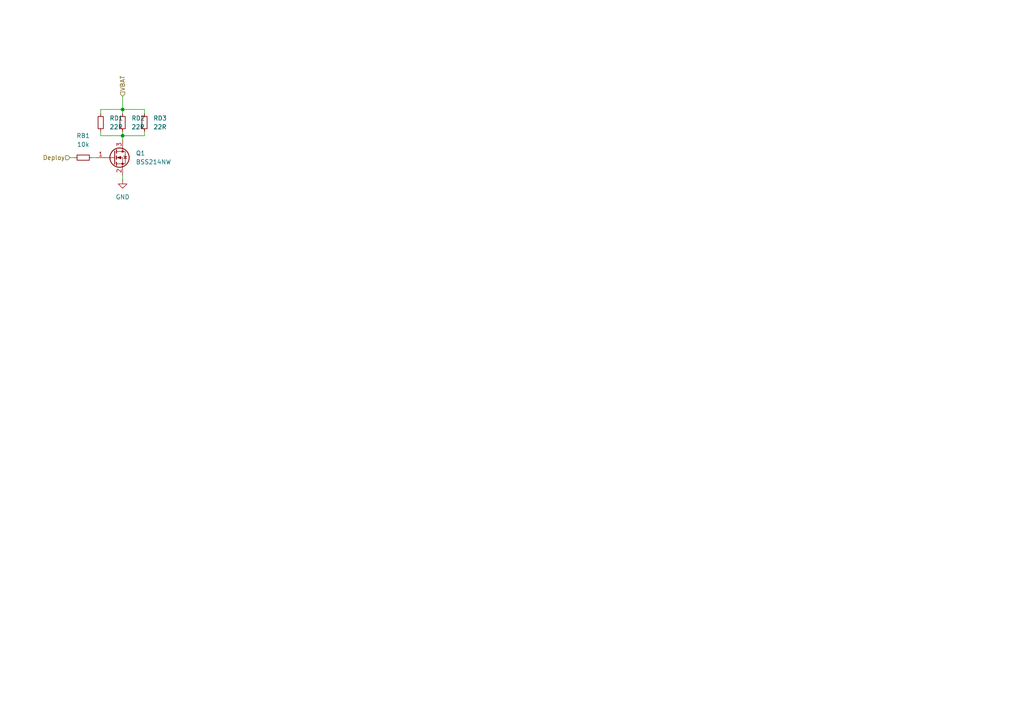
<source format=kicad_sch>
(kicad_sch (version 20211123) (generator eeschema)
  (paper "A4")
  (lib_symbols
    (symbol "Device:R_Small" (pin_numbers hide) (pin_names (offset 0.254) hide)
      (property "Reference" "R" (at 0.762 0.508 0))
      (property "Value" "R_Small" (at 0.762 -1.016 0))
      (symbol "R_Small_0_1"
        (rectangle (start -0.762 1.778) (end 0.762 -1.778) (stroke (width 0.2032)))
      )
      (symbol "R_Small_1_1"
        (pin passive line (at 0 2.54 270) (length 0.762) (name "~") (number "1"))
        (pin passive line (at 0 -2.54 90) (length 0.762) (name "~") (number "2"))
      )
    )
    (symbol "Transistor_FET:BSS214NW" (pin_names hide)
      (property "Reference" "Q" (at 5.08 1.905 0))
      (property "Value" "BSS214NW" (at 5.08 0 0))
      (symbol "BSS214NW_0_1"
        (polyline (pts (xy 0.254 0) (xy -2.54 0)))
        (polyline (pts (xy 0.254 1.905) (xy 0.254 -1.905)) (stroke (width 0.254)))
        (polyline (pts (xy 0.762 -1.27) (xy 0.762 -2.286)) (stroke (width 0.254)))
        (polyline (pts (xy 0.762 0.508) (xy 0.762 -0.508)) (stroke (width 0.254)))
        (polyline (pts (xy 0.762 2.286) (xy 0.762 1.27)) (stroke (width 0.254)))
        (polyline (pts (xy 2.54 2.54) (xy 2.54 1.778)))
        (polyline (pts (xy 2.54 -2.54) (xy 2.54 0) (xy 0.762 0)))
        (polyline (pts (xy 0.762 -1.778) (xy 3.302 -1.778) (xy 3.302 1.778) (xy 0.762 1.778)))
        (polyline (pts (xy 1.016 0) (xy 2.032 0.381) (xy 2.032 -0.381) (xy 1.016 0)) (fill (type outline)))
        (polyline (pts (xy 2.794 0.508) (xy 2.921 0.381) (xy 3.683 0.381) (xy 3.81 0.254)))
        (polyline (pts (xy 3.302 0.381) (xy 2.921 -0.254) (xy 3.683 -0.254) (xy 3.302 0.381)))
        (circle (center 1.651 0) (radius 2.794) (stroke (width 0.254)))
        (circle (center 2.54 -1.778) (radius 0.254) (fill (type outline)))
        (circle (center 2.54 1.778) (radius 0.254) (fill (type outline)))
      )
      (symbol "BSS214NW_1_1"
        (pin input line (at -5.08 0 0) (length 2.54) (name "G") (number "1"))
        (pin passive line (at 2.54 -5.08 90) (length 2.54) (name "S") (number "2"))
        (pin passive line (at 2.54 5.08 270) (length 2.54) (name "D") (number "3"))
      )
    )
    (symbol "power:GND" (power) (pin_names (offset 0))
      (property "Value" "GND" (at 0 -3.81 0))
      (symbol "GND_0_1"
        (polyline (pts (xy 0 0) (xy 0 -1.27) (xy 1.27 -1.27) (xy 0 -2.54) (xy -1.27 -1.27) (xy 0 -1.27)))
      )
      (symbol "GND_1_1"
        (pin power_in line (at 0 0 270) (length 0) hide (name "GND") (number "1"))
      )
    )
  )
  (junction (at 35.56 39.37))
  (junction (at 35.56 31.75))
  (wire (pts (xy 29.21 33.02) (xy 29.21 31.75)))
  (wire (pts (xy 29.21 39.37) (xy 35.56 39.37)))
  (wire (pts (xy 26.67 45.72) (xy 27.94 45.72)))
  (wire (pts (xy 35.56 39.37) (xy 35.56 40.64)))
  (wire (pts (xy 35.56 50.8) (xy 35.56 52.07)))
  (wire (pts (xy 35.56 31.75) (xy 35.56 33.02)))
  (wire (pts (xy 35.56 39.37) (xy 41.91 39.37)))
  (wire (pts (xy 29.21 38.1) (xy 29.21 39.37)))
  (wire (pts (xy 20.32 45.72) (xy 21.59 45.72)))
  (wire (pts (xy 35.56 38.1) (xy 35.56 39.37)))
  (wire (pts (xy 29.21 31.75) (xy 35.56 31.75)))
  (wire (pts (xy 41.91 31.75) (xy 41.91 33.02)))
  (wire (pts (xy 41.91 39.37) (xy 41.91 38.1)))
  (wire (pts (xy 35.56 27.94) (xy 35.56 31.75)))
  (wire (pts (xy 35.56 31.75) (xy 41.91 31.75)))
  (hierarchical_label "VBAT" (shape input) (at 35.56 27.94 90))
  (hierarchical_label "Deploy" (shape input) (at 20.32 45.72 180))
  (symbol (lib_id "Device:R_Small") (at 35.56 35.56 0) (unit 1)
    (property "Reference" "RD2" (at 38.1 34.2899 0) (effects (justify left)))
    (property "Value" "22R" (at 38.1 36.8299 0) (effects (justify left)))
    (property "Footprint" "Resistor_SMD:R_MiniMELF_MMA-0204" (effects hide))
  )
  (symbol (lib_id "Device:R_Small") (at 24.13 45.72 270) (unit 1)
    (property "Reference" "RB1" (at 24.13 39.37 90))
    (property "Value" "10k" (at 24.13 41.91 90))
    (property "Footprint" "Resistor_SMD:R_0603_1608Metric" (effects hide))
  )
  (symbol (lib_id "Transistor_FET:BSS214NW") (at 33.02 45.72 0) (unit 1)
    (property "Reference" "Q1" (at 39.37 44.4499 0) (effects (justify left)))
    (property "Value" "BSS214NW" (at 39.37 46.9899 0) (effects (justify left)))
    (property "Footprint" "Package_TO_SOT_SMD:SOT-323_SC-70" (effects hide))
    (property "Datasheet" "https://www.infineon.com/dgdl/Infineon-BSS214NW-DS-v02_02-en.pdf?fileId=db3a30431b3e89eb011b695aebc01bde" (effects hide))
  )
  (symbol (lib_id "Device:R_Small") (at 41.91 35.56 0) (unit 1)
    (property "Reference" "RD3" (at 44.45 34.2899 0) (effects (justify left)))
    (property "Value" "22R" (at 44.45 36.8299 0) (effects (justify left)))
    (property "Footprint" "Resistor_SMD:R_MiniMELF_MMA-0204" (effects hide))
  )
  (symbol (lib_id "Device:R_Small") (at 29.21 35.56 0) (unit 1)
    (property "Reference" "RD1" (at 31.75 34.2899 0) (effects (justify left)))
    (property "Value" "22R" (at 31.75 36.8299 0) (effects (justify left)))
    (property "Footprint" "Resistor_SMD:R_MiniMELF_MMA-0204" (effects hide))
  )
  (symbol (lib_id "power:GND") (at 35.56 52.07 0) (unit 1)
    (property "Reference" "#PWR05" (effects hide))
    (property "Value" "GND" (at 35.56 57.15 0))
  )
)
</source>
